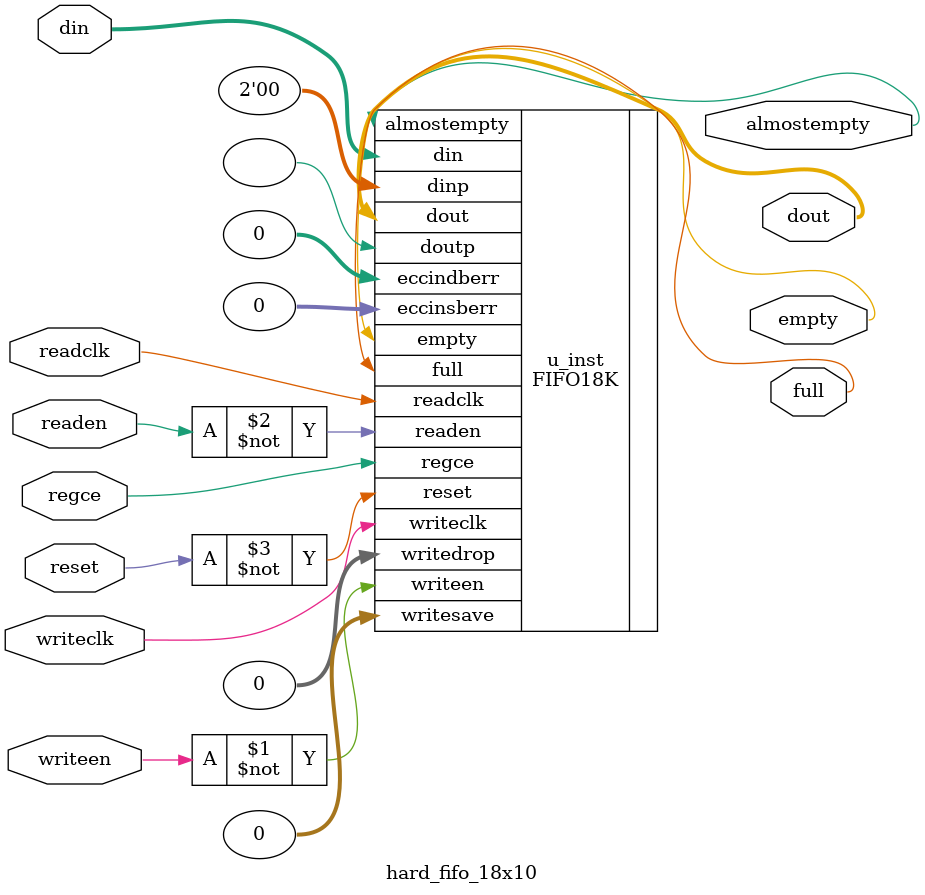
<source format=v>

module hard_fifo_18x10(
    dout,
    din,
    writeclk,
    readclk,
    writeen,
    readen,
    reset,
    full,
    empty,
    almostempty,
    regce
);

output [15:0] dout;
input [15:0] din;
input writeclk;
input readclk;
input writeen;
input readen;
input reset;
output full;
output empty;
output almostempty;
input regce;

FIFO18K #(
        .almostemptyth (10'b1000000000),
        .almostfullth (10'b1111011100),
        .writewidth (18),
        .readwidth (18),
        .outreg (1'b1),
        .peek (1'b1),
        .readclk_inv (1'b0),
        .writeclk_inv (1'b0),
        .use_parity (1'b0)
)
u_inst (
        .dout (dout[15:0]),
        .doutp (),
        .din (din[15:0]),
        .dinp (2'b00),
        .writeclk (writeclk),
        .readclk (readclk),
        .writeen (~writeen),
        .readen (~readen),
        .reset (~reset),
        .full (full),
        .empty (empty),
        .almostempty (almostempty),
        .writesave (0),
        .writedrop (0),
        .regce (regce),
        .eccindberr (0),
        .eccinsberr (0)
);

endmodule

// ============================================================
//                  fifo Setting
//
// Warning: This part is read by Fuxi, please don't modify it.
// ============================================================
// Device          : H1D03N3W72C7
// Module          : fifo_v2
// IP core         : fifo
// IP Version      : 2

// AlmostEmpty     : true
// AlmostFull      : false
// EmptyAssert     : 54
// EmptyNegate     : 36
// EmptySingle     : 512
// EmptyType       : 1
// FifoType        : hardware
// FullAssert      : 988
// FullNegate      : 970
// FullSingle      : 988
// FullType        : 0
// Fwft            : false
// OverFlow        : false
// PeekMode        : true
// ReadAck         : false
// ReadAddrWidth   : 10
// ReadClr         : false
// ReadCnt         : false
// ReadDataWidth   : 18
// Regout          : true
// RegoutEn        : true
// Simulation Files: 
// Synthesis Files : 
// UnderFlow       : false
// UseHardWare     : true
// WorkMode        : true
// WriteAck        : false
// WriteAddrWidth  : 10
// WriteClr        : false
// WriteCnt        : false
// WriteDataWidth  : 18
// WriteDrop       : false

</source>
